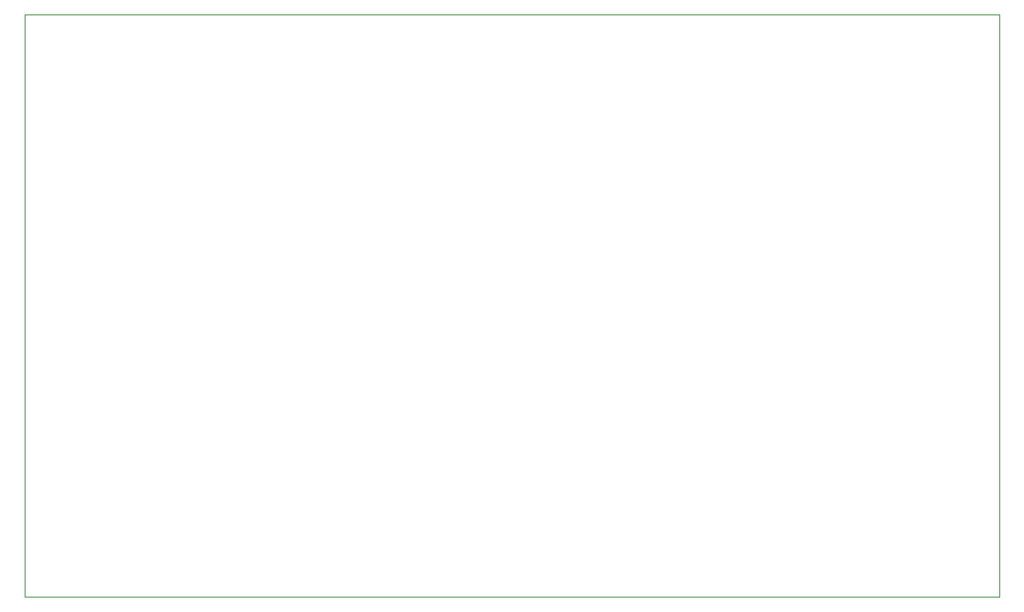
<source format=gbr>
%TF.GenerationSoftware,KiCad,Pcbnew,8.0.5+1*%
%TF.CreationDate,2024-10-20T23:16:08-06:00*%
%TF.ProjectId,Hackpad,4861636b-7061-4642-9e6b-696361645f70,rev?*%
%TF.SameCoordinates,Original*%
%TF.FileFunction,Profile,NP*%
%FSLAX46Y46*%
G04 Gerber Fmt 4.6, Leading zero omitted, Abs format (unit mm)*
G04 Created by KiCad (PCBNEW 8.0.5+1) date 2024-10-20 23:16:08*
%MOMM*%
%LPD*%
G01*
G04 APERTURE LIST*
%TA.AperFunction,Profile*%
%ADD10C,0.100000*%
%TD*%
G04 APERTURE END LIST*
D10*
X16000000Y-15000000D02*
X113000000Y-15000000D01*
X113000000Y-73000000D01*
X16000000Y-73000000D01*
X16000000Y-15000000D01*
M02*

</source>
